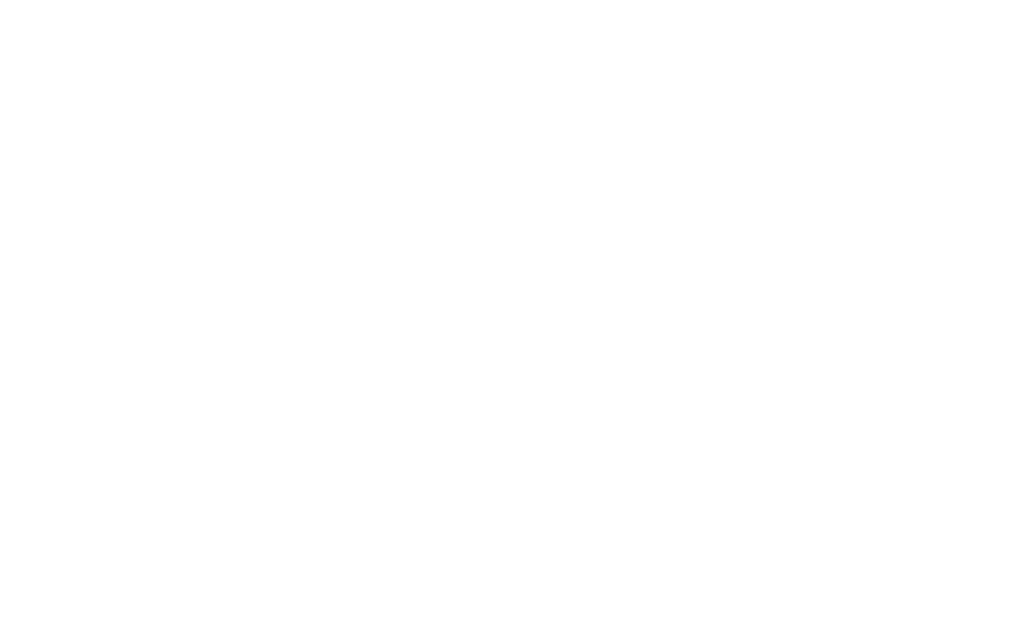
<source format=kicad_pcb>
(kicad_pcb (version 4) (host pcbnew 4.0.2+dfsg1-stable)

  (general
    (links 0)
    (no_connects 0)
    (area 50.419047 22 254.592858 152.600001)
    (thickness 1)
    (drawings 45)
    (tracks 1)
    (zones 0)
    (modules 0)
    (nets 1)
  )

  (page A4)
  (layers
    (0 F.Cu signal)
    (1 In1.Cu signal)
    (2 In2.Cu signal)
    (31 B.Cu signal)
    (32 B.Adhes user)
    (33 F.Adhes user)
    (34 B.Paste user)
    (35 F.Paste user)
    (36 B.SilkS user)
    (37 F.SilkS user)
    (38 B.Mask user)
    (39 F.Mask user)
    (40 Dwgs.User user)
    (41 Cmts.User user)
    (42 Eco1.User user)
    (43 Eco2.User user)
    (44 Edge.Cuts user)
    (45 Margin user)
    (46 B.CrtYd user)
    (47 F.CrtYd user)
    (48 B.Fab user)
    (49 F.Fab user)
  )

  (setup
    (last_trace_width 0.2)
    (trace_clearance 0.15)
    (zone_clearance 0.15)
    (zone_45_only no)
    (trace_min 0.2)
    (segment_width 1)
    (edge_width 0.1)
    (via_size 0.3)
    (via_drill 0.2)
    (via_min_size 0.3)
    (via_min_drill 0.2)
    (uvia_size 0.3)
    (uvia_drill 0.1)
    (uvias_allowed no)
    (uvia_min_size 0.2)
    (uvia_min_drill 0.1)
    (pcb_text_width 0.3)
    (pcb_text_size 1.5 1.5)
    (mod_edge_width 0.15)
    (mod_text_size 1 1)
    (mod_text_width 0.15)
    (pad_size 6 3)
    (pad_drill 0)
    (pad_to_mask_clearance 0)
    (aux_axis_origin 66 34)
    (visible_elements FFFFFF7F)
    (pcbplotparams
      (layerselection 0x00100_00000000)
      (usegerberextensions false)
      (excludeedgelayer true)
      (linewidth 0.100000)
      (plotframeref false)
      (viasonmask false)
      (mode 1)
      (useauxorigin false)
      (hpglpennumber 1)
      (hpglpenspeed 20)
      (hpglpendiameter 15)
      (hpglpenoverlay 2)
      (psnegative false)
      (psa4output false)
      (plotreference false)
      (plotvalue false)
      (plotinvisibletext false)
      (padsonsilk false)
      (subtractmaskfromsilk false)
      (outputformat 4)
      (mirror false)
      (drillshape 0)
      (scaleselection 1)
      (outputdirectory ""))
  )

  (net 0 "")

  (net_class Default "This is the default net class."
    (clearance 0.15)
    (trace_width 0.2)
    (via_dia 0.3)
    (via_drill 0.2)
    (uvia_dia 0.3)
    (uvia_drill 0.1)
  )

  (net_class Power ""
    (clearance 0.2)
    (trace_width 1)
    (via_dia 0.6)
    (via_drill 0.4)
    (uvia_dia 0.3)
    (uvia_drill 0.1)
  )

  (dimension 160 (width 0.9) (layer Dwgs.User)
    (gr_text "160 mm" (at 146 149) (layer Dwgs.User)
      (effects (font (size 4.5 4.5) (thickness 0.9)))
    )
    (feature1 (pts (xy 226 134) (xy 226 146.7)))
    (feature2 (pts (xy 66 134) (xy 66 146.7)))
    (crossbar (pts (xy 66 144) (xy 226 144)))
    (arrow1a (pts (xy 226 144) (xy 224.873496 144.586421)))
    (arrow1b (pts (xy 226 144) (xy 224.873496 143.413579)))
    (arrow2a (pts (xy 66 144) (xy 67.126504 144.586421)))
    (arrow2b (pts (xy 66 144) (xy 67.126504 143.413579)))
  )
  (gr_line (start 66 34) (end 226 34) (layer Dwgs.User) (width 1))
  (gr_line (start 66 50.3) (end 226 50.3) (layer Dwgs.User) (width 1))
  (gr_line (start 226 134) (end 66 134) (layer Dwgs.User) (width 1))
  (gr_line (start 226 117.7) (end 66 117.7) (layer Dwgs.User) (width 1))
  (gr_line (start 66 84) (end 226 84) (layer Dwgs.User) (width 1))
  (gr_line (start 226 34) (end 226 134) (layer Dwgs.User) (width 1))
  (dimension 29.8 (width 0.3) (layer Dwgs.User)
    (gr_text "29,8 mm" (at 190.7 27.65) (layer Dwgs.User) (tstamp 57BDD87F)
      (effects (font (size 1.5 1.5) (thickness 0.3)))
    )
    (feature1 (pts (xy 205.6 39) (xy 205.6 26.3)))
    (feature2 (pts (xy 175.8 39) (xy 175.8 26.3)))
    (crossbar (pts (xy 175.8 29) (xy 205.6 29)))
    (arrow1a (pts (xy 205.6 29) (xy 204.473496 29.586421)))
    (arrow1b (pts (xy 205.6 29) (xy 204.473496 28.413579)))
    (arrow2a (pts (xy 175.8 29) (xy 176.926504 29.586421)))
    (arrow2b (pts (xy 175.8 29) (xy 176.926504 28.413579)))
  )
  (gr_text Single (at 175.8 100.85) (layer Dwgs.User)
    (effects (font (size 2 2) (thickness 0.4)))
  )
  (gr_text Single (at 175.8 67.15) (layer Dwgs.User)
    (effects (font (size 2 2) (thickness 0.4)))
  )
  (dimension 5 (width 0.3) (layer Dwgs.User)
    (gr_text "5 mm" (at 57 36.5 270) (layer Dwgs.User)
      (effects (font (size 1.5 1.5) (thickness 0.3)))
    )
    (feature1 (pts (xy 86.4 39) (xy 58.7 39)))
    (feature2 (pts (xy 86.4 34) (xy 58.7 34)))
    (crossbar (pts (xy 61.4 34) (xy 61.4 39)))
    (arrow1a (pts (xy 61.4 39) (xy 60.813579 37.873496)))
    (arrow1b (pts (xy 61.4 39) (xy 61.986421 37.873496)))
    (arrow2a (pts (xy 61.4 34) (xy 60.813579 35.126504)))
    (arrow2b (pts (xy 61.4 34) (xy 61.986421 35.126504)))
  )
  (dimension 90 (width 0.3) (layer Dwgs.User)
    (gr_text "90 mm" (at 60.05 84 270) (layer Dwgs.User)
      (effects (font (size 1.5 1.5) (thickness 0.3)))
    )
    (feature1 (pts (xy 86.4 129) (xy 58.7 129)))
    (feature2 (pts (xy 86.4 39) (xy 58.7 39)))
    (crossbar (pts (xy 61.4 39) (xy 61.4 129)))
    (arrow1a (pts (xy 61.4 129) (xy 60.813579 127.873496)))
    (arrow1b (pts (xy 61.4 129) (xy 61.986421 127.873496)))
    (arrow2a (pts (xy 61.4 39) (xy 60.813579 40.126504)))
    (arrow2b (pts (xy 61.4 39) (xy 61.986421 40.126504)))
  )
  (dimension 29.8 (width 0.3) (layer Dwgs.User)
    (gr_text "29,8 mm" (at 160.9 27.65) (layer Dwgs.User)
      (effects (font (size 1.5 1.5) (thickness 0.3)))
    )
    (feature1 (pts (xy 175.8 39) (xy 175.8 26.3)))
    (feature2 (pts (xy 146 39) (xy 146 26.3)))
    (crossbar (pts (xy 146 29) (xy 175.8 29)))
    (arrow1a (pts (xy 175.8 29) (xy 174.673496 29.586421)))
    (arrow1b (pts (xy 175.8 29) (xy 174.673496 28.413579)))
    (arrow2a (pts (xy 146 29) (xy 147.126504 29.586421)))
    (arrow2b (pts (xy 146 29) (xy 147.126504 28.413579)))
  )
  (dimension 29.8 (width 0.3) (layer Dwgs.User)
    (gr_text "29,8 mm" (at 131.1 27.65) (layer Dwgs.User)
      (effects (font (size 1.5 1.5) (thickness 0.3)))
    )
    (feature1 (pts (xy 146 39) (xy 146 26.3)))
    (feature2 (pts (xy 116.2 39) (xy 116.2 26.3)))
    (crossbar (pts (xy 116.2 29) (xy 146 29)))
    (arrow1a (pts (xy 146 29) (xy 144.873496 29.586421)))
    (arrow1b (pts (xy 146 29) (xy 144.873496 28.413579)))
    (arrow2a (pts (xy 116.2 29) (xy 117.326504 29.586421)))
    (arrow2b (pts (xy 116.2 29) (xy 117.326504 28.413579)))
  )
  (dimension 29.8 (width 0.3) (layer Dwgs.User)
    (gr_text "29,8 mm" (at 101.3 27.65) (layer Dwgs.User)
      (effects (font (size 1.5 1.5) (thickness 0.3)))
    )
    (feature1 (pts (xy 116.2 39) (xy 116.2 26.3)))
    (feature2 (pts (xy 86.4 39) (xy 86.4 26.3)))
    (crossbar (pts (xy 86.4 29) (xy 116.2 29)))
    (arrow1a (pts (xy 116.2 29) (xy 115.073496 29.586421)))
    (arrow1b (pts (xy 116.2 29) (xy 115.073496 28.413579)))
    (arrow2a (pts (xy 86.4 29) (xy 87.526504 29.586421)))
    (arrow2b (pts (xy 86.4 29) (xy 87.526504 28.413579)))
  )
  (dimension 20.4 (width 0.3) (layer Dwgs.User)
    (gr_text "20,4 mm" (at 76.2 27.65) (layer Dwgs.User)
      (effects (font (size 1.5 1.5) (thickness 0.3)))
    )
    (feature1 (pts (xy 86.4 39) (xy 86.4 26.3)))
    (feature2 (pts (xy 66 39) (xy 66 26.3)))
    (crossbar (pts (xy 66 29) (xy 86.4 29)))
    (arrow1a (pts (xy 86.4 29) (xy 85.273496 29.586421)))
    (arrow1b (pts (xy 86.4 29) (xy 85.273496 28.413579)))
    (arrow2a (pts (xy 66 29) (xy 67.126504 29.586421)))
    (arrow2b (pts (xy 66 29) (xy 67.126504 28.413579)))
  )
  (gr_circle (center 175.8 38.999001) (end 177.05 39.049001) (layer Dwgs.User) (width 1))
  (gr_circle (center 116.2 39) (end 117.45 39) (layer Dwgs.User) (width 1))
  (gr_circle (center 175.8 129) (end 177.05 129) (layer Dwgs.User) (width 1))
  (gr_circle (center 116.2 129) (end 117.45 129) (layer Dwgs.User) (width 1))
  (dimension 2.5 (width 0.4) (layer Dwgs.User)
    (gr_text "2,5 mm" (at 96.42163 44.35) (layer Dwgs.User) (tstamp 57BDD460)
      (effects (font (size 2 2) (thickness 0.4)))
    )
    (feature1 (pts (xy 87.67163 39) (xy 87.67163 45.7)))
    (feature2 (pts (xy 85.17163 39) (xy 85.17163 45.7)))
    (crossbar (pts (xy 85.17163 43) (xy 87.67163 43)))
    (arrow1a (pts (xy 87.67163 43) (xy 86.545126 43.586421)))
    (arrow1b (pts (xy 87.67163 43) (xy 86.545126 42.413579)))
    (arrow2a (pts (xy 85.17163 43) (xy 86.298134 43.586421)))
    (arrow2b (pts (xy 85.17163 43) (xy 86.298134 42.413579)))
  )
  (gr_circle (center 86.4 39) (end 87.65 39) (layer Dwgs.User) (width 1))
  (gr_circle (center 205.6 39) (end 206.85 39) (layer Dwgs.User) (width 1))
  (gr_circle (center 205.6 129) (end 206.85 129) (layer Dwgs.User) (width 1))
  (gr_circle (center 146 39) (end 147.25 39) (layer Dwgs.User) (width 1))
  (gr_circle (center 86.4 129) (end 87.65 129) (layer Dwgs.User) (width 1))
  (gr_circle (center 146 129) (end 147.25 129) (layer Dwgs.User) (width 1))
  (gr_text Single (at 205.6 100.85) (layer Dwgs.User)
    (effects (font (size 2 2) (thickness 0.4)))
  )
  (gr_text Single (at 146 100.85) (layer Dwgs.User)
    (effects (font (size 2 2) (thickness 0.4)))
  )
  (gr_text Single (at 116.2 100.85) (layer Dwgs.User)
    (effects (font (size 2 2) (thickness 0.4)))
  )
  (gr_text Single (at 86.4 100.85) (layer Dwgs.User)
    (effects (font (size 2 2) (thickness 0.4)))
  )
  (gr_text Single (at 205.6 67.15) (layer Dwgs.User)
    (effects (font (size 2 2) (thickness 0.4)))
  )
  (gr_text Single (at 146 67.15) (layer Dwgs.User)
    (effects (font (size 2 2) (thickness 0.4)))
  )
  (gr_text Single (at 116.2 67.15) (layer Dwgs.User)
    (effects (font (size 2 2) (thickness 0.4)))
  )
  (gr_text Single (at 86.4 67.15) (layer Dwgs.User)
    (effects (font (size 2 2) (thickness 0.4)))
  )
  (dimension 29.8 (width 0.4) (layer Dwgs.User)
    (gr_text "29,8 mm" (at 89 77) (layer Dwgs.User) (tstamp 57B8F5BE)
      (effects (font (size 2 2) (thickness 0.4)))
    )
    (feature1 (pts (xy 101.3 79) (xy 101.3 79)))
    (feature2 (pts (xy 71.5 79) (xy 71.5 79)))
    (crossbar (pts (xy 71.5 79) (xy 101.3 79)))
    (arrow1a (pts (xy 101.3 79) (xy 100.173496 79.586421)))
    (arrow1b (pts (xy 101.3 79) (xy 100.173496 78.413579)))
    (arrow2a (pts (xy 71.5 79) (xy 72.626504 79.586421)))
    (arrow2b (pts (xy 71.5 79) (xy 72.626504 78.413579)))
  )
  (dimension 33.7 (width 0.4) (layer Dwgs.User)
    (gr_text "33,7 mm" (at 78.5 64 270) (layer Dwgs.User) (tstamp 57B8F566)
      (effects (font (size 2 2) (thickness 0.4)))
    )
    (feature1 (pts (xy 76.350806 83.985289) (xy 76.350806 83.985289)))
    (feature2 (pts (xy 76.350806 50.285289) (xy 76.350806 50.285289)))
    (crossbar (pts (xy 76.350806 50.285289) (xy 76.350806 83.985289)))
    (arrow1a (pts (xy 76.350806 83.985289) (xy 75.764385 82.858785)))
    (arrow1b (pts (xy 76.350806 83.985289) (xy 76.937227 82.858785)))
    (arrow2a (pts (xy 76.350806 50.285289) (xy 75.764385 51.411793)))
    (arrow2b (pts (xy 76.350806 50.285289) (xy 76.937227 51.411793)))
  )
  (dimension 100 (width 0.9) (layer Dwgs.User)
    (gr_text "100 mm" (at 240 84 270) (layer Dwgs.User) (tstamp 57BDD7D2)
      (effects (font (size 4.5 4.5) (thickness 0.9)))
    )
    (feature1 (pts (xy 226 134) (xy 237.7 134)))
    (feature2 (pts (xy 226 34) (xy 237.7 34)))
    (crossbar (pts (xy 235 34) (xy 235 134)))
    (arrow1a (pts (xy 235 134) (xy 234.413579 132.873496)))
    (arrow1b (pts (xy 235 134) (xy 235.586421 132.873496)))
    (arrow2a (pts (xy 235 34) (xy 234.413579 35.126504)))
    (arrow2b (pts (xy 235 34) (xy 235.586421 35.126504)))
  )
  (gr_line (start 220.5 134) (end 220.5 34) (layer Dwgs.User) (width 1))
  (gr_line (start 71.5 34) (end 71.5 134) (layer Dwgs.User) (width 1))
  (gr_line (start 101.3 134) (end 101.3 34) (layer Dwgs.User) (width 1))
  (gr_line (start 190.7 34) (end 190.7 134) (layer Dwgs.User) (width 1))
  (gr_line (start 160.9 134) (end 160.9 34) (layer Dwgs.User) (width 1))
  (gr_line (start 131.1 34) (end 131.1 134) (layer Dwgs.User) (width 1))
  (gr_line (start 66 134) (end 66 34) (layer Dwgs.User) (width 1))

  (segment (start 76 39) (end 76 34) (width 0.2) (layer Dwgs.User) (net 0))

)

</source>
